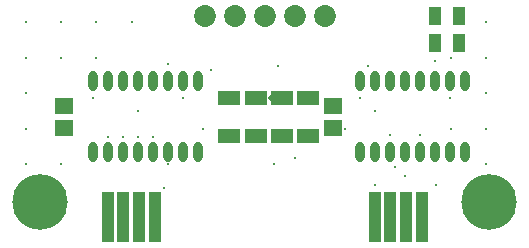
<source format=gts>
G04 Layer_Color=8388736*
%FSTAX24Y24*%
%MOIN*%
G70*
G01*
G75*
%ADD26R,0.0769X0.0474*%
%ADD27R,0.0631X0.0533*%
%ADD28O,0.0316X0.0671*%
%ADD29R,0.0395X0.1655*%
%ADD30R,0.0434X0.0612*%
%ADD31C,0.0730*%
%ADD32C,0.1852*%
%ADD33C,0.0118*%
%ADD34C,0.0197*%
D26*
X060512Y036378D02*
D03*
Y037638D02*
D03*
X059636Y036378D02*
D03*
Y037638D02*
D03*
X061388Y036378D02*
D03*
Y037638D02*
D03*
X05876Y036378D02*
D03*
Y037638D02*
D03*
D27*
X053248Y037372D02*
D03*
Y036644D02*
D03*
X062205Y037372D02*
D03*
Y036644D02*
D03*
D28*
X063102Y035827D02*
D03*
X063602D02*
D03*
X064102D02*
D03*
X064602D02*
D03*
X065102D02*
D03*
X065602D02*
D03*
X066102D02*
D03*
X066602D02*
D03*
Y038188D02*
D03*
X066102D02*
D03*
X065602D02*
D03*
X065102D02*
D03*
X064602D02*
D03*
X064102D02*
D03*
X063602D02*
D03*
X063102D02*
D03*
X054205Y035827D02*
D03*
X054705D02*
D03*
X055205D02*
D03*
X055705D02*
D03*
X056205D02*
D03*
X056705D02*
D03*
X057205D02*
D03*
X057705D02*
D03*
Y038188D02*
D03*
X057205D02*
D03*
X056705D02*
D03*
X056205D02*
D03*
X055705D02*
D03*
X055205D02*
D03*
X054705D02*
D03*
X054205D02*
D03*
D29*
X063602Y033661D02*
D03*
X064127D02*
D03*
X064652D02*
D03*
X065177D02*
D03*
X054705D02*
D03*
X05523D02*
D03*
X055755D02*
D03*
X05628D02*
D03*
D30*
X065602Y040354D02*
D03*
X066429D02*
D03*
X065602Y039469D02*
D03*
X066429D02*
D03*
D31*
X058941Y040354D02*
D03*
X057941D02*
D03*
X059941D02*
D03*
X060941D02*
D03*
X061941D02*
D03*
D32*
X052461Y034154D02*
D03*
X067421D02*
D03*
D33*
X060397Y038697D02*
D03*
X063377Y038719D02*
D03*
X058141Y038555D02*
D03*
X067323Y040157D02*
D03*
Y038976D02*
D03*
Y037795D02*
D03*
Y036614D02*
D03*
Y035433D02*
D03*
X066142Y038976D02*
D03*
Y036614D02*
D03*
X062598D02*
D03*
X060236Y035433D02*
D03*
X057874Y036614D02*
D03*
X055512Y040157D02*
D03*
X054331D02*
D03*
Y038976D02*
D03*
X05315Y040157D02*
D03*
Y038976D02*
D03*
Y035433D02*
D03*
X051968Y040157D02*
D03*
Y038976D02*
D03*
Y037795D02*
D03*
Y036614D02*
D03*
Y035433D02*
D03*
X057205Y037638D02*
D03*
X056705Y035433D02*
D03*
X056594Y034646D02*
D03*
X056205Y036348D02*
D03*
X055705Y037218D02*
D03*
X063602Y037205D02*
D03*
X054705Y036348D02*
D03*
X055205D02*
D03*
X055705D02*
D03*
X054205Y037638D02*
D03*
X065102Y036417D02*
D03*
X064102Y036392D02*
D03*
X060941Y03563D02*
D03*
X066102Y037638D02*
D03*
X063102D02*
D03*
X056705Y03878D02*
D03*
X065602Y038878D02*
D03*
X064602Y035039D02*
D03*
X06565Y034744D02*
D03*
X064278Y035335D02*
D03*
X063602Y034744D02*
D03*
D34*
X060138Y037638D02*
D03*
X059646D02*
D03*
M02*

</source>
